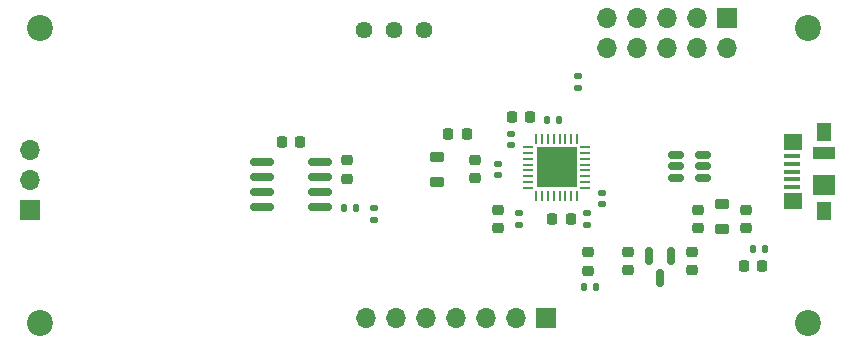
<source format=gbr>
%TF.GenerationSoftware,KiCad,Pcbnew,(6.0.2)*%
%TF.CreationDate,2024-04-01T09:01:55+02:00*%
%TF.ProjectId,STM32L4_Project,53544d33-324c-4345-9f50-726f6a656374,rev?*%
%TF.SameCoordinates,Original*%
%TF.FileFunction,Soldermask,Top*%
%TF.FilePolarity,Negative*%
%FSLAX46Y46*%
G04 Gerber Fmt 4.6, Leading zero omitted, Abs format (unit mm)*
G04 Created by KiCad (PCBNEW (6.0.2)) date 2024-04-01 09:01:55*
%MOMM*%
%LPD*%
G01*
G04 APERTURE LIST*
G04 Aperture macros list*
%AMRoundRect*
0 Rectangle with rounded corners*
0 $1 Rounding radius*
0 $2 $3 $4 $5 $6 $7 $8 $9 X,Y pos of 4 corners*
0 Add a 4 corners polygon primitive as box body*
4,1,4,$2,$3,$4,$5,$6,$7,$8,$9,$2,$3,0*
0 Add four circle primitives for the rounded corners*
1,1,$1+$1,$2,$3*
1,1,$1+$1,$4,$5*
1,1,$1+$1,$6,$7*
1,1,$1+$1,$8,$9*
0 Add four rect primitives between the rounded corners*
20,1,$1+$1,$2,$3,$4,$5,0*
20,1,$1+$1,$4,$5,$6,$7,0*
20,1,$1+$1,$6,$7,$8,$9,0*
20,1,$1+$1,$8,$9,$2,$3,0*%
G04 Aperture macros list end*
%ADD10RoundRect,0.225000X-0.225000X-0.250000X0.225000X-0.250000X0.225000X0.250000X-0.225000X0.250000X0*%
%ADD11RoundRect,0.225000X0.250000X-0.225000X0.250000X0.225000X-0.250000X0.225000X-0.250000X-0.225000X0*%
%ADD12R,1.700000X1.700000*%
%ADD13O,1.700000X1.700000*%
%ADD14C,2.200000*%
%ADD15RoundRect,0.135000X0.135000X0.185000X-0.135000X0.185000X-0.135000X-0.185000X0.135000X-0.185000X0*%
%ADD16RoundRect,0.140000X-0.170000X0.140000X-0.170000X-0.140000X0.170000X-0.140000X0.170000X0.140000X0*%
%ADD17RoundRect,0.218750X0.381250X-0.218750X0.381250X0.218750X-0.381250X0.218750X-0.381250X-0.218750X0*%
%ADD18RoundRect,0.135000X-0.185000X0.135000X-0.185000X-0.135000X0.185000X-0.135000X0.185000X0.135000X0*%
%ADD19RoundRect,0.135000X0.185000X-0.135000X0.185000X0.135000X-0.185000X0.135000X-0.185000X-0.135000X0*%
%ADD20RoundRect,0.150000X-0.512500X-0.150000X0.512500X-0.150000X0.512500X0.150000X-0.512500X0.150000X0*%
%ADD21RoundRect,0.218750X0.218750X0.256250X-0.218750X0.256250X-0.218750X-0.256250X0.218750X-0.256250X0*%
%ADD22RoundRect,0.225000X-0.250000X0.225000X-0.250000X-0.225000X0.250000X-0.225000X0.250000X0.225000X0*%
%ADD23RoundRect,0.140000X0.170000X-0.140000X0.170000X0.140000X-0.170000X0.140000X-0.170000X-0.140000X0*%
%ADD24RoundRect,0.218750X0.256250X-0.218750X0.256250X0.218750X-0.256250X0.218750X-0.256250X-0.218750X0*%
%ADD25RoundRect,0.062500X-0.375000X-0.062500X0.375000X-0.062500X0.375000X0.062500X-0.375000X0.062500X0*%
%ADD26RoundRect,0.062500X-0.062500X-0.375000X0.062500X-0.375000X0.062500X0.375000X-0.062500X0.375000X0*%
%ADD27R,3.450000X3.450000*%
%ADD28RoundRect,0.150000X-0.825000X-0.150000X0.825000X-0.150000X0.825000X0.150000X-0.825000X0.150000X0*%
%ADD29R,1.380000X0.450000*%
%ADD30R,1.550000X1.425000*%
%ADD31R,1.900000X1.000000*%
%ADD32R,1.900000X1.800000*%
%ADD33R,1.300000X1.650000*%
%ADD34RoundRect,0.140000X0.140000X0.170000X-0.140000X0.170000X-0.140000X-0.170000X0.140000X-0.170000X0*%
%ADD35RoundRect,0.218750X-0.381250X0.218750X-0.381250X-0.218750X0.381250X-0.218750X0.381250X0.218750X0*%
%ADD36C,1.440000*%
%ADD37RoundRect,0.150000X-0.150000X0.587500X-0.150000X-0.587500X0.150000X-0.587500X0.150000X0.587500X0*%
%ADD38RoundRect,0.135000X-0.135000X-0.185000X0.135000X-0.185000X0.135000X0.185000X-0.135000X0.185000X0*%
G04 APERTURE END LIST*
D10*
%TO.C,C2*%
X75475000Y-49650000D03*
X77025000Y-49650000D03*
%TD*%
D11*
%TO.C,C4*%
X81000000Y-52800000D03*
X81000000Y-51250000D03*
%TD*%
%TO.C,C7*%
X110750000Y-57000000D03*
X110750000Y-55450000D03*
%TD*%
%TO.C,C1*%
X110200000Y-60550000D03*
X110200000Y-59000000D03*
%TD*%
D12*
%TO.C,J4*%
X113200000Y-39200000D03*
D13*
X113200000Y-41740000D03*
X110660000Y-39200000D03*
X110660000Y-41740000D03*
X108120000Y-39200000D03*
X108120000Y-41740000D03*
X105580000Y-39200000D03*
X105580000Y-41740000D03*
X103040000Y-39200000D03*
X103040000Y-41740000D03*
%TD*%
D14*
%TO.C,H2*%
X120000000Y-65000000D03*
%TD*%
D15*
%TO.C,R4*%
X98950000Y-47800000D03*
X97930000Y-47800000D03*
%TD*%
D16*
%TO.C,C9*%
X94850000Y-49020000D03*
X94850000Y-49980000D03*
%TD*%
D17*
%TO.C,FB2*%
X88600000Y-53062500D03*
X88600000Y-50937500D03*
%TD*%
D18*
%TO.C,R5*%
X101350000Y-55690000D03*
X101350000Y-56710000D03*
%TD*%
D19*
%TO.C,R1*%
X83250000Y-56320000D03*
X83250000Y-55300000D03*
%TD*%
D20*
%TO.C,U3*%
X108862500Y-50800000D03*
X108862500Y-51750000D03*
X108862500Y-52700000D03*
X111137500Y-52700000D03*
X111137500Y-51750000D03*
X111137500Y-50800000D03*
%TD*%
D14*
%TO.C,H3*%
X55000000Y-65000000D03*
%TD*%
D16*
%TO.C,C10*%
X102600000Y-54020000D03*
X102600000Y-54980000D03*
%TD*%
D21*
%TO.C,D2*%
X116175000Y-60200000D03*
X114600000Y-60200000D03*
%TD*%
%TO.C,D3*%
X99937500Y-56200000D03*
X98362500Y-56200000D03*
%TD*%
D22*
%TO.C,C3*%
X104800000Y-59000000D03*
X104800000Y-60550000D03*
%TD*%
D23*
%TO.C,C11*%
X93800000Y-52480000D03*
X93800000Y-51520000D03*
%TD*%
D16*
%TO.C,C13*%
X100600000Y-44120000D03*
X100600000Y-45080000D03*
%TD*%
D24*
%TO.C,D1*%
X101400000Y-60587500D03*
X101400000Y-59012500D03*
%TD*%
D25*
%TO.C,U4*%
X96312500Y-50100000D03*
X96312500Y-50600000D03*
X96312500Y-51100000D03*
X96312500Y-51600000D03*
X96312500Y-52100000D03*
X96312500Y-52600000D03*
X96312500Y-53100000D03*
X96312500Y-53600000D03*
D26*
X97000000Y-54287500D03*
X97500000Y-54287500D03*
X98000000Y-54287500D03*
X98500000Y-54287500D03*
X99000000Y-54287500D03*
X99500000Y-54287500D03*
X100000000Y-54287500D03*
X100500000Y-54287500D03*
D25*
X101187500Y-53600000D03*
X101187500Y-53100000D03*
X101187500Y-52600000D03*
X101187500Y-52100000D03*
X101187500Y-51600000D03*
X101187500Y-51100000D03*
X101187500Y-50600000D03*
X101187500Y-50100000D03*
D26*
X100500000Y-49412500D03*
X100000000Y-49412500D03*
X99500000Y-49412500D03*
X99000000Y-49412500D03*
X98500000Y-49412500D03*
X98000000Y-49412500D03*
X97500000Y-49412500D03*
X97000000Y-49412500D03*
D27*
X98750000Y-51850000D03*
%TD*%
D12*
%TO.C,J2*%
X97825000Y-64600000D03*
D13*
X95285000Y-64600000D03*
X92745000Y-64600000D03*
X90205000Y-64600000D03*
X87665000Y-64600000D03*
X85125000Y-64600000D03*
X82585000Y-64600000D03*
%TD*%
D14*
%TO.C,H4*%
X55000000Y-40000000D03*
%TD*%
D12*
%TO.C,J3*%
X54200000Y-55480000D03*
D13*
X54200000Y-52940000D03*
X54200000Y-50400000D03*
%TD*%
D10*
%TO.C,C14*%
X89575000Y-49000000D03*
X91125000Y-49000000D03*
%TD*%
D14*
%TO.C,H1*%
X120000000Y-40000000D03*
%TD*%
D10*
%TO.C,C8*%
X94975000Y-47600000D03*
X96525000Y-47600000D03*
%TD*%
D28*
%TO.C,U2*%
X73775000Y-51345000D03*
X73775000Y-52615000D03*
X73775000Y-53885000D03*
X73775000Y-55155000D03*
X78725000Y-55155000D03*
X78725000Y-53885000D03*
X78725000Y-52615000D03*
X78725000Y-51345000D03*
%TD*%
D15*
%TO.C,R2*%
X102110000Y-62000000D03*
X101090000Y-62000000D03*
%TD*%
D22*
%TO.C,C6*%
X114750000Y-55450000D03*
X114750000Y-57000000D03*
%TD*%
D29*
%TO.C,J1*%
X118690000Y-53500000D03*
X118690000Y-52850000D03*
X118690000Y-52200000D03*
X118690000Y-51550000D03*
X118690000Y-50900000D03*
D30*
X118775000Y-54687500D03*
D31*
X121350000Y-50650000D03*
D30*
X118775000Y-49712500D03*
D32*
X121350000Y-53350000D03*
D33*
X121350000Y-55575000D03*
X121350000Y-48825000D03*
%TD*%
D34*
%TO.C,C5*%
X81730000Y-55300000D03*
X80770000Y-55300000D03*
%TD*%
D35*
%TO.C,FB1*%
X112750000Y-54937500D03*
X112750000Y-57062500D03*
%TD*%
D36*
%TO.C,RV1*%
X82450000Y-40200000D03*
X84990000Y-40200000D03*
X87530000Y-40200000D03*
%TD*%
D11*
%TO.C,C12*%
X91850000Y-52775000D03*
X91850000Y-51225000D03*
%TD*%
D24*
%TO.C,D4*%
X93800000Y-57000000D03*
X93800000Y-55425000D03*
%TD*%
D19*
%TO.C,R6*%
X95550000Y-56710000D03*
X95550000Y-55690000D03*
%TD*%
D37*
%TO.C,U1*%
X108450000Y-59312500D03*
X106550000Y-59312500D03*
X107500000Y-61187500D03*
%TD*%
D38*
%TO.C,R3*%
X115380000Y-58787500D03*
X116400000Y-58787500D03*
%TD*%
M02*

</source>
